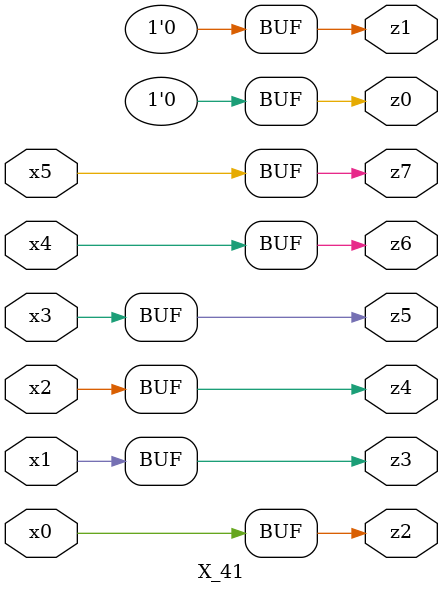
<source format=v>

module X_41 ( 
    x0, x1, x2, x3, x4, x5,
    z0, z1, z2, z3, z4, z5, z6, z7  );
  input  x0, x1, x2, x3, x4, x5;
  output z0, z1, z2, z3, z4, z5, z6, z7;
  assign z0 = 1'b0;
  assign z1 = 1'b0;
  assign z2 = x0;
  assign z3 = x1;
  assign z4 = x2;
  assign z5 = x3;
  assign z6 = x4;
  assign z7 = x5;
endmodule



</source>
